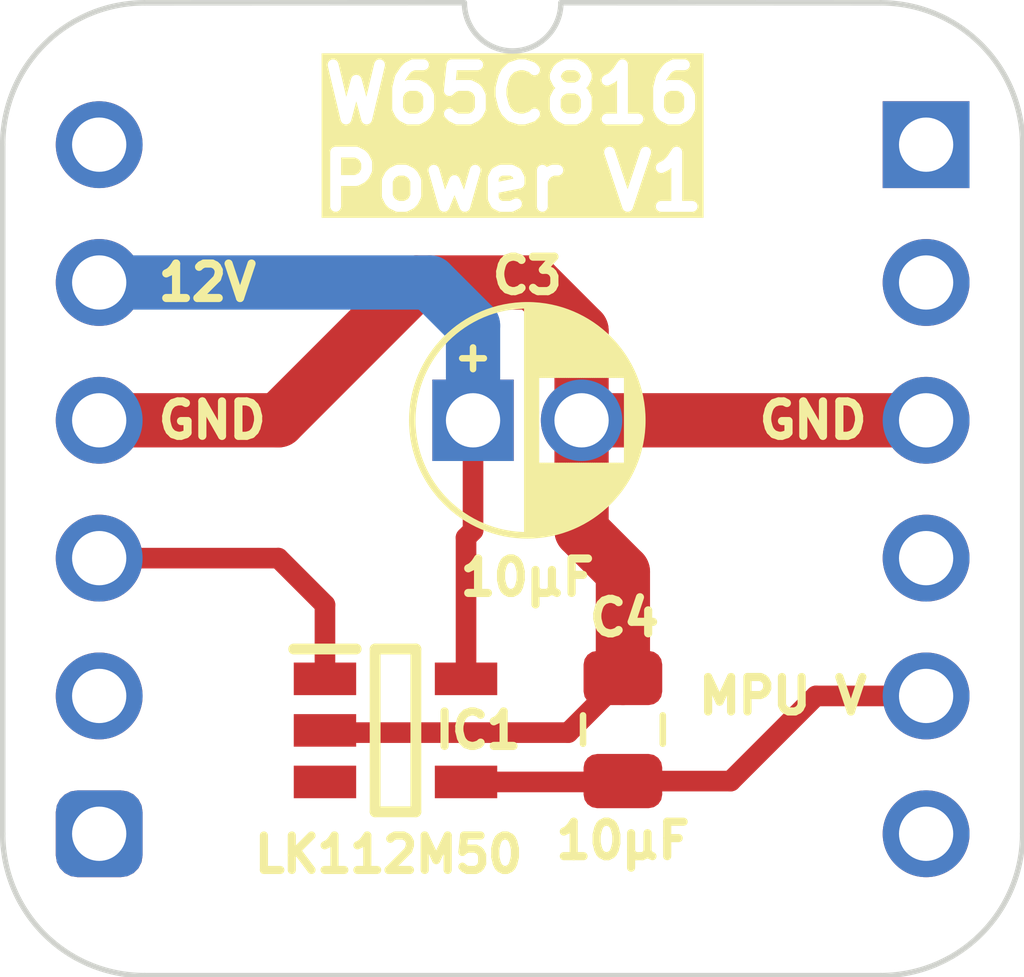
<source format=kicad_pcb>
(kicad_pcb (version 20241229) (generator "pcbnew") (generator_version "9.0")
  (title_block (title "W65C816 Power") (date "2026-01-29") (rev "V1"))
  (layers (0 "F.Cu" signal) (2 "B.Cu" signal) (13 "F.Paste" user) (15 "B.Paste" user) (5 "F.SilkS" user "F.Silkscreen") (7 "B.SilkS" user "B.Silkscreen") (1 "F.Mask" user) (3 "B.Mask" user) (25 "Edge.Cuts" user))
  (net 0 "")
  (net 1 "GND")
  (net 2 "5V")
  (net 3 "12V")
  (net 4 "W65C816V")
  (footprint "SamacSys_Parts:CP_Radial_D4.0mm_P2.00mm" (layer "F.Cu") (at 6.889999 5.08)
    (property "Reference" "C3" (at 1 -2.667 0) (layer "F.SilkS") (effects (font (size 0.635 0.635))))
    (property "Value" "10μF" (at 1 2.8956 0) (layer "F.SilkS") (effects (font (size 0.635 0.635))))
    (fp_line (start -0.2 -1.143) (end 0.2 -1.143) (stroke (width 0.12)) (layer "F.SilkS"))
    (fp_line (start 0 -1.343) (end 0 -0.943) (stroke (width 0.12)) (layer "F.SilkS"))
    (fp_line (start 1 -2.08) (end 1 2.08) (stroke (width 0.12)) (layer "F.SilkS"))
    (fp_line (start 1.04 -2.08) (end 1.04 2.08) (stroke (width 0.12)) (layer "F.SilkS"))
    (fp_line (start 1.08 -2.079) (end 1.08 2.079) (stroke (width 0.12)) (layer "F.SilkS"))
    (fp_line (start 1.12 -2.077) (end 1.12 2.077) (stroke (width 0.12)) (layer "F.SilkS"))
    (fp_line (start 1.16 -2.074) (end 1.16 2.074) (stroke (width 0.12)) (layer "F.SilkS"))
    (fp_line (start 1.2 -2.071) (end 1.2 -0.84) (stroke (width 0.12)) (layer "F.SilkS"))
    (fp_line (start 1.2 0.84) (end 1.2 2.071) (stroke (width 0.12)) (layer "F.SilkS"))
    (fp_line (start 1.24 -2.067) (end 1.24 -0.84) (stroke (width 0.12)) (layer "F.SilkS"))
    (fp_line (start 1.24 0.84) (end 1.24 2.067) (stroke (width 0.12)) (layer "F.SilkS"))
    (fp_line (start 1.28 -2.062) (end 1.28 -0.84) (stroke (width 0.12)) (layer "F.SilkS"))
    (fp_line (start 1.28 0.84) (end 1.28 2.062) (stroke (width 0.12)) (layer "F.SilkS"))
    (fp_line (start 1.32 -2.056) (end 1.32 -0.84) (stroke (width 0.12)) (layer "F.SilkS"))
    (fp_line (start 1.32 0.84) (end 1.32 2.056) (stroke (width 0.12)) (layer "F.SilkS"))
    (fp_line (start 1.36 -2.05) (end 1.36 -0.84) (stroke (width 0.12)) (layer "F.SilkS"))
    (fp_line (start 1.36 0.84) (end 1.36 2.05) (stroke (width 0.12)) (layer "F.SilkS"))
    (fp_line (start 1.4 -2.042) (end 1.4 -0.84) (stroke (width 0.12)) (layer "F.SilkS"))
    (fp_line (start 1.4 0.84) (end 1.4 2.042) (stroke (width 0.12)) (layer "F.SilkS"))
    (fp_line (start 1.44 -2.034) (end 1.44 -0.84) (stroke (width 0.12)) (layer "F.SilkS"))
    (fp_line (start 1.44 0.84) (end 1.44 2.034) (stroke (width 0.12)) (layer "F.SilkS"))
    (fp_line (start 1.48 -2.025) (end 1.48 -0.84) (stroke (width 0.12)) (layer "F.SilkS"))
    (fp_line (start 1.48 0.84) (end 1.48 2.025) (stroke (width 0.12)) (layer "F.SilkS"))
    (fp_line (start 1.52 -2.016) (end 1.52 -0.84) (stroke (width 0.12)) (layer "F.SilkS"))
    (fp_line (start 1.52 0.84) (end 1.52 2.016) (stroke (width 0.12)) (layer "F.SilkS"))
    (fp_line (start 1.56 -2.005) (end 1.56 -0.84) (stroke (width 0.12)) (layer "F.SilkS"))
    (fp_line (start 1.56 0.84) (end 1.56 2.005) (stroke (width 0.12)) (layer "F.SilkS"))
    (fp_line (start 1.6 -1.994) (end 1.6 -0.84) (stroke (width 0.12)) (layer "F.SilkS"))
    (fp_line (start 1.6 0.84) (end 1.6 1.994) (stroke (width 0.12)) (layer "F.SilkS"))
    (fp_line (start 1.64 -1.982) (end 1.64 -0.84) (stroke (width 0.12)) (layer "F.SilkS"))
    (fp_line (start 1.64 0.84) (end 1.64 1.982) (stroke (width 0.12)) (layer "F.SilkS"))
    (fp_line (start 1.68 -1.968) (end 1.68 -0.84) (stroke (width 0.12)) (layer "F.SilkS"))
    (fp_line (start 1.68 0.84) (end 1.68 1.968) (stroke (width 0.12)) (layer "F.SilkS"))
    (fp_line (start 1.721 -1.954) (end 1.721 -0.84) (stroke (width 0.12)) (layer "F.SilkS"))
    (fp_line (start 1.721 0.84) (end 1.721 1.954) (stroke (width 0.12)) (layer "F.SilkS"))
    (fp_line (start 1.761 -1.94) (end 1.761 -0.84) (stroke (width 0.12)) (layer "F.SilkS"))
    (fp_line (start 1.761 0.84) (end 1.761 1.94) (stroke (width 0.12)) (layer "F.SilkS"))
    (fp_line (start 1.801 -1.924) (end 1.801 -0.84) (stroke (width 0.12)) (layer "F.SilkS"))
    (fp_line (start 1.801 0.84) (end 1.801 1.924) (stroke (width 0.12)) (layer "F.SilkS"))
    (fp_line (start 1.841 -1.907) (end 1.841 -0.84) (stroke (width 0.12)) (layer "F.SilkS"))
    (fp_line (start 1.841 0.84) (end 1.841 1.907) (stroke (width 0.12)) (layer "F.SilkS"))
    (fp_line (start 1.881 -1.889) (end 1.881 -0.84) (stroke (width 0.12)) (layer "F.SilkS"))
    (fp_line (start 1.881 0.84) (end 1.881 1.889) (stroke (width 0.12)) (layer "F.SilkS"))
    (fp_line (start 1.921 -1.87) (end 1.921 -0.84) (stroke (width 0.12)) (layer "F.SilkS"))
    (fp_line (start 1.921 0.84) (end 1.921 1.87) (stroke (width 0.12)) (layer "F.SilkS"))
    (fp_line (start 1.961 -1.851) (end 1.961 -0.84) (stroke (width 0.12)) (layer "F.SilkS"))
    (fp_line (start 1.961 0.84) (end 1.961 1.851) (stroke (width 0.12)) (layer "F.SilkS"))
    (fp_line (start 2.001 -1.83) (end 2.001 -0.84) (stroke (width 0.12)) (layer "F.SilkS"))
    (fp_line (start 2.001 0.84) (end 2.001 1.83) (stroke (width 0.12)) (layer "F.SilkS"))
    (fp_line (start 2.041 -1.808) (end 2.041 -0.84) (stroke (width 0.12)) (layer "F.SilkS"))
    (fp_line (start 2.041 0.84) (end 2.041 1.808) (stroke (width 0.12)) (layer "F.SilkS"))
    (fp_line (start 2.081 -1.785) (end 2.081 -0.84) (stroke (width 0.12)) (layer "F.SilkS"))
    (fp_line (start 2.081 0.84) (end 2.081 1.785) (stroke (width 0.12)) (layer "F.SilkS"))
    (fp_line (start 2.121 -1.76) (end 2.121 -0.84) (stroke (width 0.12)) (layer "F.SilkS"))
    (fp_line (start 2.121 0.84) (end 2.121 1.76) (stroke (width 0.12)) (layer "F.SilkS"))
    (fp_line (start 2.161 -1.735) (end 2.161 -0.84) (stroke (width 0.12)) (layer "F.SilkS"))
    (fp_line (start 2.161 0.84) (end 2.161 1.735) (stroke (width 0.12)) (layer "F.SilkS"))
    (fp_line (start 2.201 -1.708) (end 2.201 -0.84) (stroke (width 0.12)) (layer "F.SilkS"))
    (fp_line (start 2.201 0.84) (end 2.201 1.708) (stroke (width 0.12)) (layer "F.SilkS"))
    (fp_line (start 2.241 -1.68) (end 2.241 -0.84) (stroke (width 0.12)) (layer "F.SilkS"))
    (fp_line (start 2.241 0.84) (end 2.241 1.68) (stroke (width 0.12)) (layer "F.SilkS"))
    (fp_line (start 2.281 -1.65) (end 2.281 -0.84) (stroke (width 0.12)) (layer "F.SilkS"))
    (fp_line (start 2.281 0.84) (end 2.281 1.65) (stroke (width 0.12)) (layer "F.SilkS"))
    (fp_line (start 2.321 -1.619) (end 2.321 -0.84) (stroke (width 0.12)) (layer "F.SilkS"))
    (fp_line (start 2.321 0.84) (end 2.321 1.619) (stroke (width 0.12)) (layer "F.SilkS"))
    (fp_line (start 2.361 -1.587) (end 2.361 -0.84) (stroke (width 0.12)) (layer "F.SilkS"))
    (fp_line (start 2.361 0.84) (end 2.361 1.587) (stroke (width 0.12)) (layer "F.SilkS"))
    (fp_line (start 2.401 -1.552) (end 2.401 -0.84) (stroke (width 0.12)) (layer "F.SilkS"))
    (fp_line (start 2.401 0.84) (end 2.401 1.552) (stroke (width 0.12)) (layer "F.SilkS"))
    (fp_line (start 2.441 -1.516) (end 2.441 -0.84) (stroke (width 0.12)) (layer "F.SilkS"))
    (fp_line (start 2.441 0.84) (end 2.441 1.516) (stroke (width 0.12)) (layer "F.SilkS"))
    (fp_line (start 2.481 -1.478) (end 2.481 -0.84) (stroke (width 0.12)) (layer "F.SilkS"))
    (fp_line (start 2.481 0.84) (end 2.481 1.478) (stroke (width 0.12)) (layer "F.SilkS"))
    (fp_line (start 2.521 -1.438) (end 2.521 -0.84) (stroke (width 0.12)) (layer "F.SilkS"))
    (fp_line (start 2.521 0.84) (end 2.521 1.438) (stroke (width 0.12)) (layer "F.SilkS"))
    (fp_line (start 2.561 -1.396) (end 2.561 -0.84) (stroke (width 0.12)) (layer "F.SilkS"))
    (fp_line (start 2.561 0.84) (end 2.561 1.396) (stroke (width 0.12)) (layer "F.SilkS"))
    (fp_line (start 2.601 -1.351) (end 2.601 -0.84) (stroke (width 0.12)) (layer "F.SilkS"))
    (fp_line (start 2.601 0.84) (end 2.601 1.351) (stroke (width 0.12)) (layer "F.SilkS"))
    (fp_line (start 2.641 -1.304) (end 2.641 -0.84) (stroke (width 0.12)) (layer "F.SilkS"))
    (fp_line (start 2.641 0.84) (end 2.641 1.304) (stroke (width 0.12)) (layer "F.SilkS"))
    (fp_line (start 2.681 -1.254) (end 2.681 -0.84) (stroke (width 0.12)) (layer "F.SilkS"))
    (fp_line (start 2.681 0.84) (end 2.681 1.254) (stroke (width 0.12)) (layer "F.SilkS"))
    (fp_line (start 2.721 -1.2) (end 2.721 -0.84) (stroke (width 0.12)) (layer "F.SilkS"))
    (fp_line (start 2.721 0.84) (end 2.721 1.2) (stroke (width 0.12)) (layer "F.SilkS"))
    (fp_line (start 2.761 -1.142) (end 2.761 -0.84) (stroke (width 0.12)) (layer "F.SilkS"))
    (fp_line (start 2.761 0.84) (end 2.761 1.142) (stroke (width 0.12)) (layer "F.SilkS"))
    (fp_line (start 2.801 -1.08) (end 2.801 -0.84) (stroke (width 0.12)) (layer "F.SilkS"))
    (fp_line (start 2.801 0.84) (end 2.801 1.08) (stroke (width 0.12)) (layer "F.SilkS"))
    (fp_line (start 2.841 -1.013) (end 2.841 1.013) (stroke (width 0.12)) (layer "F.SilkS"))
    (fp_line (start 2.881 -0.94) (end 2.881 0.94) (stroke (width 0.12)) (layer "F.SilkS"))
    (fp_line (start 2.921 -0.859) (end 2.921 0.859) (stroke (width 0.12)) (layer "F.SilkS"))
    (fp_line (start 2.961 -0.768) (end 2.961 0.768) (stroke (width 0.12)) (layer "F.SilkS"))
    (fp_line (start 3.001 -0.664) (end 3.001 0.664) (stroke (width 0.12)) (layer "F.SilkS"))
    (fp_line (start 3.041 -0.537) (end 3.041 0.537) (stroke (width 0.12)) (layer "F.SilkS"))
    (fp_line (start 3.081 -0.37) (end 3.081 0.37) (stroke (width 0.12)) (layer "F.SilkS"))
    (fp_circle (center 1 0) (end 3.12 0) (stroke (width 0.12)) (fill no) (layer "F.SilkS"))
    (pad "1" thru_hole rect (at 0 0) (size 1.5 1.5) (drill 1) (layers "*.Cu" "*.Mask") (net 3 "12V"))
    (pad "2" thru_hole circle (at 2 0) (size 1.5 1.5) (drill 1) (layers "*.Cu" "*.Mask") (net 1 "GND"))
  )
  (footprint "SamacSys_Parts:SOT95P285X130-5N" (layer "F.Cu") (at 5.461 10.795)
    (property "Reference" "IC1" (at 1.524 0 0) (layer "F.SilkS") (effects (font (size 0.635 0.635))))
    (property "Value" "LK112M50TR" (hide yes))
    (property "Silkscreen" "LK112M50" (at -0.127 2.286 0) (layer "F.SilkS") (effects (font (size 0.635 0.635))))
    (fp_line (start -1.875 -1.5) (end -0.725 -1.5) (stroke (width 0.2)) (layer "F.SilkS"))
    (fp_line (start -0.375 -1.5) (end 0.375 -1.5) (stroke (width 0.2)) (layer "F.SilkS"))
    (fp_line (start -0.375 1.5) (end -0.375 -1.5) (stroke (width 0.2)) (layer "F.SilkS"))
    (fp_line (start 0.375 -1.5) (end 0.375 1.5) (stroke (width 0.2)) (layer "F.SilkS"))
    (fp_line (start 0.375 1.5) (end -0.375 1.5) (stroke (width 0.2)) (layer "F.SilkS"))
    (pad "1" smd rect (at -1.3 -0.95 90) (size 0.6 1.15) (layers "F.Cu" "F.Mask" "F.Paste") (net 2 "5V"))
    (pad "2" smd rect (at -1.3 0 90) (size 0.6 1.15) (layers "F.Cu" "F.Mask" "F.Paste") (net 1 "GND"))
    (pad "3" smd rect (at -1.3 0.95 90) (size 0.6 1.15) (layers "F.Cu" "F.Mask" "F.Paste"))
    (pad "4" smd rect (at 1.3 0.95 90) (size 0.6 1.15) (layers "F.Cu" "F.Mask" "F.Paste") (net 4 "W65C816V"))
    (pad "5" smd rect (at 1.3 -0.95 90) (size 0.6 1.15) (layers "F.Cu" "F.Mask" "F.Paste") (net 3 "12V"))
  )
  (footprint "SamacSys_Parts:C_0805" (layer "F.Cu") (at 9.652 10.795)
    (property "Reference" "C4" (at 0.027 -2.075 180) (layer "F.SilkS") (effects (font (size 0.635 0.635))))
    (property "Value" "10µF" (at 0 2.032 0) (layer "F.SilkS") (effects (font (size 0.635 0.635))))
    (fp_line (start -0.735 0.245252) (end -0.735 -0.277252) (stroke (width 0.12)) (layer "F.SilkS"))
    (fp_line (start 0.735 0.245252) (end 0.735 -0.277252) (stroke (width 0.12)) (layer "F.SilkS"))
    (pad "1" smd roundrect (at 0 0.934 90) (size 1 1.45) (layers "F.Cu" "F.Mask" "F.Paste") (net 4 "W65C816V"))
    (pad "2" smd roundrect (at 0 -0.966 90) (size 1 1.45) (layers "F.Cu" "F.Mask" "F.Paste") (net 1 "GND"))
  )
  (footprint "SamacSys_Parts:DIP-12_Board_W15.24mm_Alt" (layer "F.Cu") (at 0 0)
    (property "Reference" "J2" (hide yes))
    (property "Value" "Board 2x06 W15.24mm" (hide yes))
    (fp_line (start -1.778 12.7) (end -1.778 0) (stroke (width 0.1)) (layer "Edge.Cuts"))
    (fp_line (start 6.731 -2.6162) (end 0.835732 -2.613732) (stroke (width 0.1)) (layer "Edge.Cuts"))
    (fp_line (start 14.404267 -2.613733) (end 8.509 -2.6162) (stroke (width 0.1)) (layer "Edge.Cuts"))
    (fp_line (start 14.404268 15.313732) (end 0.835733 15.313733) (stroke (width 0.1)) (layer "Edge.Cuts"))
    (fp_line (start 17.018 12.7) (end 17.017999 -0.000001) (stroke (width 0.1)) (layer "Edge.Cuts"))
    (fp_arc (start -1.778 0) (mid -1.012456 -1.848188) (end 0.835732 -2.613732) (stroke (width 0.1)) (layer "Edge.Cuts"))
    (fp_arc (start 0.835733 15.313733) (mid -1.012457 14.548189) (end -1.778 12.7) (stroke (width 0.1)) (layer "Edge.Cuts"))
    (fp_arc (start 8.509 -2.6162) (mid 7.62 -1.7272) (end 6.731 -2.6162) (stroke (width 0.1)) (layer "Edge.Cuts"))
    (fp_arc (start 14.404267 -2.613733) (mid 16.252455 -1.848189) (end 17.017999 -0.000001) (stroke (width 0.1)) (layer "Edge.Cuts"))
    (fp_arc (start 17.018 12.7) (mid 16.252456 14.548187) (end 14.404268 15.313732) (stroke (width 0.1)) (layer "Edge.Cuts"))
    (pad "1" thru_hole oval (at 0 0 180) (size 1.6 1.6) (drill 1) (layers "*.Cu" "*.Mask"))
    (pad "2" thru_hole oval (at 0 2.54) (size 1.6 1.6) (drill 1) (layers "*.Cu" "*.Mask") (net 3 "12V"))
    (pad "3" thru_hole oval (at 0 5.08) (size 1.6 1.6) (drill 1) (layers "*.Cu" "*.Mask") (net 1 "GND"))
    (pad "4" thru_hole oval (at 0 7.62 180) (size 1.6 1.6) (drill 1) (layers "*.Cu" "*.Mask") (net 2 "5V"))
    (pad "5" thru_hole oval (at 0 10.16) (size 1.6 1.6) (drill 1) (layers "*.Cu" "*.Mask"))
    (pad "6" thru_hole roundrect (at 0 12.7) (size 1.6 1.6) (drill 1) (layers "*.Cu" "*.Mask"))
    (pad "7" thru_hole oval (at 15.24 12.7 180) (size 1.6 1.6) (drill 1) (layers "*.Cu" "*.Mask"))
    (pad "8" thru_hole oval (at 15.24 10.16 180) (size 1.6 1.6) (drill 1) (layers "*.Cu" "*.Mask") (net 4 "W65C816V"))
    (pad "9" thru_hole oval (at 15.24 7.62 180) (size 1.6 1.6) (drill 1) (layers "*.Cu" "*.Mask"))
    (pad "10" thru_hole oval (at 15.24 5.08) (size 1.6 1.6) (drill 1) (layers "*.Cu" "*.Mask") (net 1 "GND"))
    (pad "11" thru_hole oval (at 15.24 2.54) (size 1.6 1.6) (drill 1) (layers "*.Cu" "*.Mask"))
    (pad "12" thru_hole rect (at 15.24 0) (size 1.6 1.6) (drill 1) (layers "*.Cu" "*.Mask"))
  )
  (gr_text "MPU V" (at 14.224 10.16 0) (layer "F.SilkS") (effects (font (size 0.635 0.635)) (justify right)))
  (gr_text "GND" (at 1.016 5.08 0) (layer "F.SilkS") (effects (font (size 0.635 0.635)) (justify left)))
  (gr_text "12V" (at 1.016 2.54 0) (layer "F.SilkS") (effects (font (size 0.635 0.635)) (justify left)))
  (gr_text "W65C816\nPower ${REVISION}" (at 7.62 1.27 0) (layer "F.SilkS" knockout) (effects (font (size 1 1) (thickness 0.2) (bold yes)) (justify bottom)))
  (gr_text "GND" (at 14.224 5.08 0) (layer "F.SilkS") (effects (font (size 0.635 0.635)) (justify right)))
  (segment (start 4.202 10.836) (end 8.645 10.836) (width 0.38) (layer "F.Cu") (net 1))
  (segment (start 8.001 2.54) (end 5.842 2.54) (width 1) (layer "F.Cu") (net 1))
  (segment (start 3.302 5.08) (end 0 5.08) (width 1) (layer "F.Cu") (net 1))
  (segment (start 8.889999 3.428999) (end 8.001 2.54) (width 1) (layer "F.Cu") (net 1))
  (segment (start 9.652 7.874) (end 8.89 7.112) (width 1) (layer "F.Cu") (net 1))
  (segment (start 8.889999 5.08) (end 15.24 5.08) (width 1) (layer "F.Cu") (net 1))
  (segment (start 5.842 2.54) (end 3.302 5.08) (width 1) (layer "F.Cu") (net 1))
  (segment (start 8.889999 5.08) (end 8.889999 3.428999) (width 1) (layer "F.Cu") (net 1))
  (segment (start 9.652 9.829) (end 9.652 7.874) (width 1) (layer "F.Cu") (net 1))
  (segment (start 8.645 10.836) (end 9.652 9.829) (width 0.38) (layer "F.Cu") (net 1))
  (segment (start 8.89 7.112) (end 8.889999 5.08) (width 1) (layer "F.Cu") (net 1))
  (segment (start 4.161 8.479) (end 4.161 9.845) (width 0.38) (layer "F.Cu") (net 2))
  (segment (start 3.302 7.62) (end 4.161 8.479) (width 0.38) (layer "F.Cu") (net 2))
  (segment (start 0 7.62) (end 3.302 7.62) (width 0.38) (layer "F.Cu") (net 2))
  (segment (start 6.889999 7.112) (end 6.889999 5.08) (width 0.38) (layer "F.Cu") (net 3))
  (segment (start 6.761 7.240999) (end 6.889999 7.112) (width 0.38) (layer "F.Cu") (net 3))
  (segment (start 6.761 9.845) (end 6.761 7.240999) (width 0.38) (layer "F.Cu") (net 3))
  (segment (start 6.889999 3.333999) (end 6.889999 5.08) (width 1) (layer "B.Cu") (net 3))
  (segment (start 0 2.54) (end 6.096 2.54) (width 1) (layer "B.Cu") (net 3))
  (segment (start 6.096 2.54) (end 6.889999 3.333999) (width 1) (layer "B.Cu") (net 3))
  (segment (start 11.639 11.729) (end 13.208 10.16) (width 0.38) (layer "F.Cu") (net 4))
  (segment (start 9.652 11.729) (end 11.639 11.729) (width 0.38) (layer "F.Cu") (net 4))
  (segment (start 13.208 10.16) (end 15.24 10.16) (width 0.38) (layer "F.Cu") (net 4))
  (segment (start 6.761 11.745) (end 9.636 11.745) (width 0.38) (layer "F.Cu") (net 4))
)
</source>
